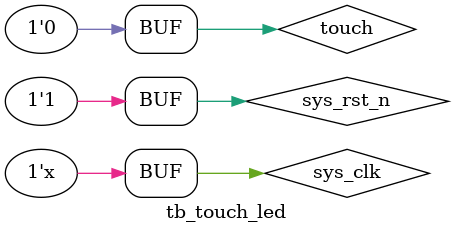
<source format=v>
`timescale 1ns/1ns

module tb_touch_led ();
reg sys_clk;
reg sys_rst_n;
reg touch;
wire led;
initial begin
    sys_clk <= 1'b0;
    sys_rst_n <= 1'b0;
    touch <= 1'b0;
    #100
    sys_rst_n <= 1'b1;
    #200
    touch <= 1'b1;
    #200
    touch <= 1'b0;
    #200
    touch <= 1'b1;
    #200
    touch <= 1'b0;
end
always #1 sys_clk = ~sys_clk;

touch_led u_touch_led(
    .sys_clk   (sys_clk)  ,
    .sys_rst_n (sys_rst_n),
    .touch     (touch)    ,
    .led       (led)
);
endmodule
</source>
